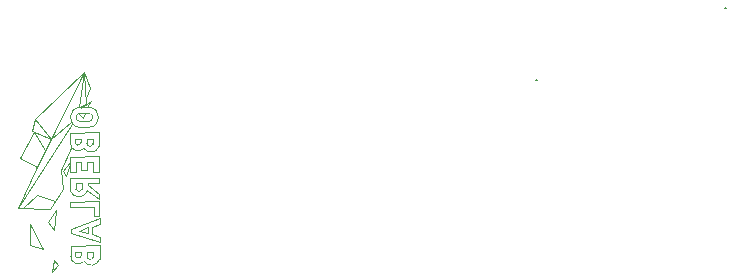
<source format=gbr>
%TF.GenerationSoftware,KiCad,Pcbnew,(5.1.9)-1*%
%TF.CreationDate,2023-04-18T08:21:27+02:00*%
%TF.ProjectId,NANO_Bot,4e414e4f-5f42-46f7-942e-6b696361645f,rev?*%
%TF.SameCoordinates,Original*%
%TF.FileFunction,Legend,Bot*%
%TF.FilePolarity,Positive*%
%FSLAX46Y46*%
G04 Gerber Fmt 4.6, Leading zero omitted, Abs format (unit mm)*
G04 Created by KiCad (PCBNEW (5.1.9)-1) date 2023-04-18 08:21:27*
%MOMM*%
%LPD*%
G01*
G04 APERTURE LIST*
%ADD10C,0.120000*%
%ADD11C,0.050000*%
%ADD12C,0.010000*%
G04 APERTURE END LIST*
D10*
%TO.C,G\u002A\u002A\u002A*%
X129644594Y-330479731D02*
G75*
G03*
X131099999Y-330495999I730406J233731D01*
G01*
X131200000Y-325121000D02*
G75*
G03*
X131200000Y-323421000I0J850000D01*
G01*
X130816064Y-336472256D02*
G75*
G03*
X132124999Y-336295999I608936J426256D01*
G01*
X130100001Y-330371000D02*
G75*
G03*
X130649999Y-330370999I274999J125000D01*
G01*
X131200000Y-324621000D02*
G75*
G03*
X131200000Y-323921000I0J350000D01*
G01*
X130500000Y-323921000D02*
G75*
G03*
X130500000Y-324621000I0J-350000D01*
G01*
X131070050Y-336046001D02*
G75*
G03*
X131574999Y-336095999I254950J1D01*
G01*
X130082464Y-335885366D02*
G75*
G03*
X130575000Y-335946000I242536J-60634D01*
G01*
X130791064Y-326897256D02*
G75*
G03*
X132099999Y-326720999I608936J426256D01*
G01*
X129688605Y-336046000D02*
G75*
G03*
X130774999Y-336495999I636395J0D01*
G01*
X131045050Y-326471001D02*
G75*
G03*
X131549999Y-326520999I254950J1D01*
G01*
X130500000Y-323421000D02*
G75*
G03*
X130500000Y-325121000I0J-850000D01*
G01*
X129663605Y-326471000D02*
G75*
G03*
X130749999Y-326920999I636395J0D01*
G01*
X130057464Y-326310366D02*
G75*
G03*
X130550000Y-326371000I242536J-60634D01*
G01*
D11*
X125425000Y-327696000D02*
X126600000Y-325496000D01*
X126600000Y-325496000D02*
X127500000Y-327071000D01*
X130850000Y-320471000D02*
X131325000Y-321796000D01*
X130375000Y-323371000D02*
X131000000Y-323146000D01*
X131000000Y-323146000D02*
X130850000Y-320471000D01*
X128850000Y-328696000D02*
X129750000Y-326871000D01*
X129075000Y-330371000D02*
X128850000Y-328696000D01*
X127950000Y-331996000D02*
X129075000Y-330371000D01*
X130850000Y-320471000D02*
X126675000Y-324371000D01*
X130850000Y-320471000D02*
X130375000Y-323371000D01*
D10*
X130100000Y-330321000D02*
X130100000Y-329871000D01*
D11*
X129025000Y-328821000D02*
X129300000Y-329221000D01*
X129625000Y-328046000D02*
X129025000Y-328821000D01*
D10*
X129650000Y-329371000D02*
X132100000Y-329371000D01*
X131550000Y-326071000D02*
X131550000Y-326521000D01*
X129650000Y-325571000D02*
X132100000Y-325521000D01*
D11*
X126675000Y-324371000D02*
X126425000Y-325396000D01*
X128575000Y-336796000D02*
X128250000Y-336371000D01*
D10*
X131050000Y-326071000D02*
X131550000Y-326071000D01*
D11*
X128100000Y-337371000D02*
X128575000Y-336796000D01*
D10*
X132100000Y-330721000D02*
X132100000Y-331121000D01*
X132100000Y-328921000D02*
X131600000Y-328921000D01*
X131150000Y-329821000D02*
X131150000Y-329971000D01*
X132100000Y-329371000D02*
X132100000Y-329821000D01*
D11*
X126850000Y-328446000D02*
X125225000Y-331921000D01*
X127725000Y-333146000D02*
X128300000Y-333846000D01*
X126850000Y-328446000D02*
X128000000Y-326121000D01*
X125225000Y-331921000D02*
X127950000Y-331996000D01*
D10*
X131575000Y-335646000D02*
X131575000Y-336096000D01*
X132100000Y-331221000D02*
X131150000Y-330521000D01*
X130100000Y-329871000D02*
X130650000Y-329871000D01*
X130575000Y-335646000D02*
X130575000Y-335946000D01*
D11*
X126200000Y-335071000D02*
X126250000Y-333271000D01*
X130750000Y-324296000D02*
X130925000Y-323921000D01*
X129825000Y-324821000D02*
X125225000Y-331921000D01*
X126250000Y-333271000D02*
X127375000Y-335421000D01*
X131375000Y-322871000D02*
X130575000Y-323446000D01*
X128300000Y-333846000D02*
X128400000Y-332171000D01*
D10*
X130125000Y-335646000D02*
X130575000Y-335646000D01*
X130050000Y-326071000D02*
X130050000Y-326321000D01*
X130650000Y-329871000D02*
X130650000Y-330371000D01*
X131600000Y-328071000D02*
X131050000Y-328071000D01*
X131600000Y-328921000D02*
X131600000Y-328071000D01*
X130500000Y-324621000D02*
X131150000Y-324621000D01*
D11*
X129300000Y-329221000D02*
X129650000Y-328246000D01*
X126675000Y-324371000D02*
X128000000Y-326121000D01*
X130350000Y-323971000D02*
X130750000Y-324296000D01*
D10*
X129663605Y-326471000D02*
X129650000Y-325571000D01*
D11*
X131100000Y-323421000D02*
X131375000Y-322871000D01*
X128250000Y-336371000D02*
X128100000Y-337371000D01*
D10*
X130075000Y-335646000D02*
X130075000Y-335896000D01*
X131045050Y-326071001D02*
X131045050Y-326471001D01*
X129688605Y-336046000D02*
X129675000Y-335146000D01*
D11*
X128000000Y-326121000D02*
X130850000Y-320471000D01*
D10*
X130375000Y-333871000D02*
X131125000Y-333596000D01*
X131125000Y-334096000D02*
X130375000Y-333871000D01*
X132100000Y-327671000D02*
X132100000Y-328921000D01*
X129644594Y-330479731D02*
X129650000Y-329371000D01*
X131070050Y-335646001D02*
X131070050Y-336046001D01*
X131075000Y-335646000D02*
X131575000Y-335646000D01*
X132125000Y-335096000D02*
X132125000Y-336296000D01*
D11*
X131325000Y-321796000D02*
X130975000Y-322621000D01*
D10*
X132100000Y-325521000D02*
X132100000Y-326721000D01*
X130500000Y-323921000D02*
X131200000Y-323921000D01*
D11*
X126850000Y-330821000D02*
X128350000Y-331396000D01*
X125625000Y-331946000D02*
X126850000Y-330821000D01*
X128400000Y-332146000D02*
X127725000Y-333146000D01*
D10*
X129675000Y-335146000D02*
X132125000Y-335096000D01*
D11*
X125425000Y-327696000D02*
X126850000Y-328446000D01*
X126425000Y-325396000D02*
X128000000Y-326121000D01*
X127375000Y-335421000D02*
X126200000Y-335071000D01*
D10*
X132100000Y-329821000D02*
X131150000Y-329821000D01*
X132100000Y-331121000D02*
X132100000Y-331221000D01*
X131150000Y-329971000D02*
X132100000Y-330721000D01*
X131650000Y-332646000D02*
X132100000Y-332646000D01*
X131525000Y-334171000D02*
X132125000Y-334421000D01*
X132125000Y-333321000D02*
X131525000Y-333571000D01*
X130150000Y-328071000D02*
X130150000Y-328921000D01*
X130550000Y-326071000D02*
X130550000Y-326371000D01*
X131125000Y-333596000D02*
X131125000Y-334096000D01*
X129650000Y-328921000D02*
X129650000Y-327621000D01*
X129675000Y-333721000D02*
X132125000Y-332821000D01*
X131050000Y-328071000D02*
X131050000Y-328721000D01*
X130150000Y-328921000D02*
X129650000Y-328921000D01*
X132125000Y-333321000D02*
X132125000Y-332821000D01*
D11*
X128000000Y-326121000D02*
X129725000Y-324646000D01*
D10*
X129650000Y-331871000D02*
X131650000Y-331896000D01*
X132100000Y-331396000D02*
X129650000Y-331421000D01*
X131050000Y-328721000D02*
X130600000Y-328721000D01*
X132125000Y-334421000D02*
X132125000Y-334821000D01*
X129675000Y-334046000D02*
X129675000Y-333721000D01*
X130600000Y-328721000D02*
X130600000Y-328071000D01*
X130100000Y-326071000D02*
X130550000Y-326071000D01*
X130600000Y-328071000D02*
X130150000Y-328071000D01*
X132125000Y-334821000D02*
X129675000Y-334046000D01*
X132100000Y-327571000D02*
X132100000Y-327671000D01*
X129650000Y-327621000D02*
X132100000Y-327571000D01*
X130500000Y-325121000D02*
X131200000Y-325121000D01*
X131200000Y-323421000D02*
X130500000Y-323421000D01*
X129650000Y-331421000D02*
X129650000Y-331871000D01*
D12*
G36*
X185095226Y-315051277D02*
G01*
X185159045Y-314987458D01*
X185095226Y-314923639D01*
X185031407Y-314987458D01*
X185095226Y-315051277D01*
G37*
X185095226Y-315051277D02*
X185159045Y-314987458D01*
X185095226Y-314923639D01*
X185031407Y-314987458D01*
X185095226Y-315051277D01*
D10*
X132100000Y-332646000D02*
X132100000Y-331396000D01*
X131650000Y-331896000D02*
X131650000Y-332646000D01*
X131525000Y-333571000D02*
X131525000Y-334171000D01*
D12*
G36*
X169093226Y-321147277D02*
G01*
X169157045Y-321083458D01*
X169093226Y-321019639D01*
X169029407Y-321083458D01*
X169093226Y-321147277D01*
G37*
X169093226Y-321147277D02*
X169157045Y-321083458D01*
X169093226Y-321019639D01*
X169029407Y-321083458D01*
X169093226Y-321147277D01*
%TD*%
M02*

</source>
